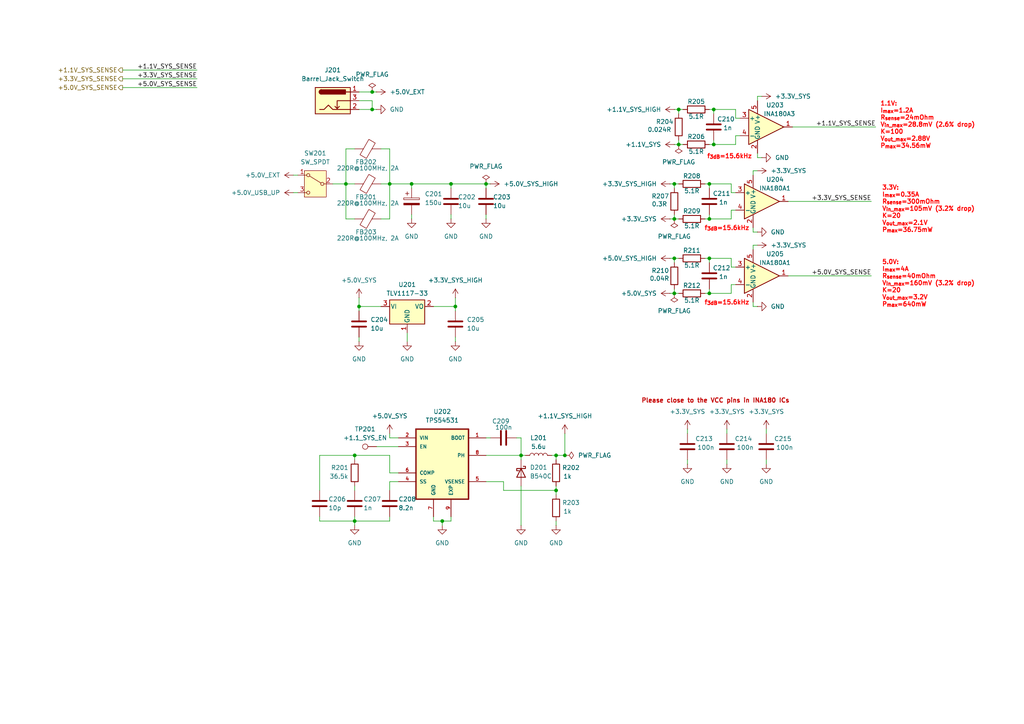
<source format=kicad_sch>
(kicad_sch (version 20231120) (generator "eeschema") (generator_version "8.0")
  (paper "A4")
  (title_block (title "Power") (date "2024-11-18") (rev "1.00") (company "elezbyl"))
  (lib_symbols
    (symbol "Amplifier_Current:INA180A1" (pin_names (offset 0.127))
      (property "Reference" "U" (at 3.81 3.81 0))
      (property "Value" "INA180A1" (at 3.81 -2.54 0))
      (symbol "INA180A1_0_1"
        (polyline (pts (xy 5.08 0) (xy -5.08 5.08) (xy -5.08 -5.08) (xy 5.08 0)) (stroke (width 0.254)) (fill (type background)))
      )
      (symbol "INA180A1_1_1"
        (pin output line (at 7.62 0 180) (length 2.54) (name "~") (number "1"))
        (pin power_in line (at -2.54 -7.62 90) (length 3.81) (name "GND") (number "2"))
        (pin input line (at -7.62 2.54 0) (length 2.54) (name "+") (number "3"))
        (pin input line (at -7.62 -2.54 0) (length 2.54) (name "-") (number "4"))
        (pin power_in line (at -2.54 7.62 270) (length 3.81) (name "V+") (number "5"))
      )
    )
    (symbol "Amplifier_Current:INA180A3" (pin_names (offset 0.127))
      (property "Reference" "U" (at 3.81 3.81 0))
      (property "Value" "INA180A3" (at 3.81 -2.54 0))
      (symbol "INA180A3_0_1"
        (polyline (pts (xy 5.08 0) (xy -5.08 5.08) (xy -5.08 -5.08) (xy 5.08 0)) (stroke (width 0.254)) (fill (type background)))
      )
      (symbol "INA180A3_1_1"
        (pin output line (at 7.62 0 180) (length 2.54) (name "~") (number "1"))
        (pin power_in line (at -2.54 -7.62 90) (length 3.81) (name "GND") (number "2"))
        (pin input line (at -7.62 2.54 0) (length 2.54) (name "+") (number "3"))
        (pin input line (at -7.62 -2.54 0) (length 2.54) (name "-") (number "4"))
        (pin power_in line (at -2.54 7.62 270) (length 3.81) (name "V+") (number "5"))
      )
    )
    (symbol "Connector:Barrel_Jack_Switch" (pin_names hide)
      (property "Reference" "J" (at 0 5.334 0))
      (property "Value" "Barrel_Jack_Switch" (at 0 -5.08 0))
      (symbol "Barrel_Jack_Switch_0_1"
        (rectangle (start -5.08 3.81) (end 5.08 -3.81) (stroke (width 0.254)) (fill (type background)))
        (arc (start -3.302 3.175) (mid -3.9343 2.54) (end -3.302 1.905) (stroke (width 0.254)))
        (arc (start -3.302 3.175) (mid -3.9343 2.54) (end -3.302 1.905) (stroke (width 0.254)) (fill (type outline)))
        (polyline (pts (xy 1.27 -2.286) (xy 1.905 -1.651)) (stroke (width 0.254)))
        (polyline (pts (xy 5.08 2.54) (xy 3.81 2.54)) (stroke (width 0.254)))
        (polyline (pts (xy 5.08 0) (xy 1.27 0) (xy 1.27 -2.286) (xy 0.635 -1.651)) (stroke (width 0.254)))
        (polyline (pts (xy -3.81 -2.54) (xy -2.54 -2.54) (xy -1.27 -1.27) (xy 0 -2.54) (xy 2.54 -2.54) (xy 5.08 -2.54)) (stroke (width 0.254)))
        (rectangle (start 3.683 3.175) (end -3.302 1.905) (stroke (width 0.254)) (fill (type outline)))
      )
      (symbol "Barrel_Jack_Switch_1_1"
        (pin passive line (at 7.62 2.54 180) (length 2.54) (name "~") (number "1"))
        (pin passive line (at 7.62 -2.54 180) (length 2.54) (name "~") (number "2"))
        (pin passive line (at 7.62 0 180) (length 2.54) (name "~") (number "3"))
      )
    )
    (symbol "Connector:TestPoint" (pin_numbers hide) (pin_names (offset 0.762) hide)
      (property "Reference" "TP" (at 0 6.858 0))
      (property "Value" "TestPoint" (at 0 5.08 0))
      (symbol "TestPoint_0_1"
        (circle (center 0 3.302) (radius 0.762))
      )
      (symbol "TestPoint_1_1"
        (pin passive line (at 0 0 90) (length 2.54) (name "1") (number "1"))
      )
    )
    (symbol "Device:C" (pin_numbers hide) (pin_names (offset 0.254))
      (property "Reference" "C" (at 0.635 2.54 0))
      (property "Value" "C" (at 0.635 -2.54 0))
      (symbol "C_0_1"
        (polyline (pts (xy -2.032 -0.762) (xy 2.032 -0.762)) (stroke (width 0.508)))
        (polyline (pts (xy -2.032 0.762) (xy 2.032 0.762)) (stroke (width 0.508)))
      )
      (symbol "C_1_1"
        (pin passive line (at 0 3.81 270) (length 2.794) (name "~") (number "1"))
        (pin passive line (at 0 -3.81 90) (length 2.794) (name "~") (number "2"))
      )
    )
    (symbol "Device:C_Polarized" (pin_numbers hide) (pin_names (offset 0.254))
      (property "Reference" "C" (at 0.635 2.54 0))
      (property "Value" "C_Polarized" (at 0.635 -2.54 0))
      (symbol "C_Polarized_0_1"
        (rectangle (start -2.286 0.508) (end 2.286 1.016))
        (polyline (pts (xy -1.778 2.286) (xy -0.762 2.286)))
        (polyline (pts (xy -1.27 2.794) (xy -1.27 1.778)))
        (rectangle (start 2.286 -0.508) (end -2.286 -1.016) (fill (type outline)))
      )
      (symbol "C_Polarized_1_1"
        (pin passive line (at 0 3.81 270) (length 2.794) (name "~") (number "1"))
        (pin passive line (at 0 -3.81 90) (length 2.794) (name "~") (number "2"))
      )
    )
    (symbol "Device:D_Schottky" (pin_numbers hide) (pin_names (offset 1.016) hide)
      (property "Reference" "D" (at 0 2.54 0))
      (property "Value" "D_Schottky" (at 0 -2.54 0))
      (symbol "D_Schottky_0_1"
        (polyline (pts (xy 1.27 0) (xy -1.27 0)))
        (polyline (pts (xy 1.27 1.27) (xy 1.27 -1.27) (xy -1.27 0) (xy 1.27 1.27)) (stroke (width 0.254)))
        (polyline (pts (xy -1.905 0.635) (xy -1.905 1.27) (xy -1.27 1.27) (xy -1.27 -1.27) (xy -0.635 -1.27) (xy -0.635 -0.635)) (stroke (width 0.254)))
      )
      (symbol "D_Schottky_1_1"
        (pin passive line (at -3.81 0 0) (length 2.54) (name "K") (number "1"))
        (pin passive line (at 3.81 0 180) (length 2.54) (name "A") (number "2"))
      )
    )
    (symbol "Device:FerriteBead" (pin_numbers hide) (pin_names (offset 0))
      (property "Reference" "FB" (at -3.81 0.635 90))
      (property "Value" "FerriteBead" (at 3.81 0 90))
      (symbol "FerriteBead_0_1"
        (polyline (pts (xy 0 -1.27) (xy 0 -1.2192)))
        (polyline (pts (xy 0 1.27) (xy 0 1.2954)))
        (polyline (pts (xy -2.7686 0.4064) (xy -1.7018 2.2606) (xy 2.7686 -0.3048) (xy 1.6764 -2.159) (xy -2.7686 0.4064)))
      )
      (symbol "FerriteBead_1_1"
        (pin passive line (at 0 3.81 270) (length 2.54) (name "~") (number "1"))
        (pin passive line (at 0 -3.81 90) (length 2.54) (name "~") (number "2"))
      )
    )
    (symbol "Device:L" (pin_numbers hide) (pin_names (offset 1.016) hide)
      (property "Reference" "L" (at -1.27 0 90))
      (property "Value" "L" (at 1.905 0 90))
      (symbol "L_0_1"
        (arc (start 0 -2.54) (mid 0.6323 -1.905) (end 0 -1.27))
        (arc (start 0 -1.27) (mid 0.6323 -0.635) (end 0 0))
        (arc (start 0 0) (mid 0.6323 0.635) (end 0 1.27))
        (arc (start 0 1.27) (mid 0.6323 1.905) (end 0 2.54))
      )
      (symbol "L_1_1"
        (pin passive line (at 0 3.81 270) (length 1.27) (name "1") (number "1"))
        (pin passive line (at 0 -3.81 90) (length 1.27) (name "2") (number "2"))
      )
    )
    (symbol "Device:R" (pin_numbers hide) (pin_names (offset 0))
      (property "Reference" "R" (at 2.032 0 90))
      (property "Value" "R" (at 0 0 90))
      (symbol "R_0_1"
        (rectangle (start -1.016 -2.54) (end 1.016 2.54) (stroke (width 0.254)))
      )
      (symbol "R_1_1"
        (pin passive line (at 0 3.81 270) (length 1.27) (name "~") (number "1"))
        (pin passive line (at 0 -3.81 90) (length 1.27) (name "~") (number "2"))
      )
    )
    (symbol "Regulator_Linear:TLV1117-33" (pin_names (offset 0.254))
      (property "Reference" "U" (at -3.81 3.175 0))
      (property "Value" "TLV1117-33" (at 0 3.175 0))
      (symbol "TLV1117-33_0_1"
        (rectangle (start -5.08 -5.08) (end 5.08 1.905) (stroke (width 0.254)) (fill (type background)))
      )
      (symbol "TLV1117-33_1_1"
        (pin power_in line (at 0 -7.62 90) (length 2.54) (name "GND") (number "1"))
        (pin power_out line (at 7.62 0 180) (length 2.54) (name "VO") (number "2"))
        (pin power_in line (at -7.62 0 0) (length 2.54) (name "VI") (number "3"))
      )
    )
    (symbol "Regulator_Switching_:TPS54531" (pin_names (offset 1.016))
      (property "Reference" "U" (at -1.778 13.208 0))
      (property "Value" "TPS54531" (at -4.572 10.668 0))
      (symbol "TPS54531_0_0"
        (rectangle (start -7.62 10.16) (end 7.62 -10.16) (stroke (width 0.41)) (fill (type background)))
        (pin output line (at 12.7 7.62 180) (length 5.08) (name "BOOT") (number "1"))
        (pin input line (at -12.7 7.62 0) (length 5.08) (name "VIN") (number "2"))
        (pin input line (at -12.7 5.08 0) (length 5.08) (name "EN") (number "3"))
        (pin input line (at -12.7 -5.08 0) (length 5.08) (name "SS") (number "4"))
        (pin input line (at 12.7 -5.08 180) (length 5.08) (name "VSENSE") (number "5"))
        (pin output line (at -12.7 -2.54 0) (length 5.08) (name "COMP") (number "6"))
        (pin power_in line (at -2.54 -15.24 90) (length 5.08) (name "GND") (number "7"))
        (pin output line (at 12.7 2.54 180) (length 5.08) (name "PH") (number "8"))
        (pin power_in line (at 2.54 -15.24 90) (length 5.08) (name "EXP") (number "9"))
      )
    )
    (symbol "Switch:SW_SPDT" (pin_names (offset 0) hide)
      (property "Reference" "SW" (at 0 5.08 0))
      (property "Value" "SW_SPDT" (at 0 -5.08 0))
      (symbol "SW_SPDT_0_1"
        (circle (center -2.032 0) (radius 0.4572))
        (polyline (pts (xy -1.651 0.254) (xy 1.651 2.286)))
        (circle (center 2.032 -2.54) (radius 0.4572))
        (circle (center 2.032 2.54) (radius 0.4572))
      )
      (symbol "SW_SPDT_1_1"
        (rectangle (start -3.175 3.81) (end 3.175 -3.81) (fill (type background)))
        (pin passive line (at 5.08 2.54 180) (length 2.54) (name "A") (number "1"))
        (pin passive line (at -5.08 0 0) (length 2.54) (name "B") (number "2"))
        (pin passive line (at 5.08 -2.54 180) (length 2.54) (name "C") (number "3"))
      )
    )
    (symbol "power:+1V1" (power) (pin_numbers hide) (pin_names (offset 0) hide)
      (property "Value" "+1V1" (at 0 3.556 0))
      (symbol "+1V1_0_1"
        (polyline (pts (xy -0.762 1.27) (xy 0 2.54)))
        (polyline (pts (xy 0 0) (xy 0 2.54)))
        (polyline (pts (xy 0 2.54) (xy 0.762 1.27)))
      )
      (symbol "+1V1_1_1"
        (pin power_in line (at 0 0 90) (length 0) (name "~") (number "1"))
      )
    )
    (symbol "power:+3.3V" (power) (pin_numbers hide) (pin_names (offset 0) hide)
      (property "Value" "+3.3V" (at 0 3.556 0))
      (symbol "+3.3V_0_1"
        (polyline (pts (xy -0.762 1.27) (xy 0 2.54)))
        (polyline (pts (xy 0 0) (xy 0 2.54)))
        (polyline (pts (xy 0 2.54) (xy 0.762 1.27)))
      )
      (symbol "+3.3V_1_1"
        (pin power_in line (at 0 0 90) (length 0) (name "~") (number "1"))
      )
    )
    (symbol "power:+5V" (power) (pin_numbers hide) (pin_names (offset 0) hide)
      (property "Value" "+5V" (at 0 3.556 0))
      (symbol "+5V_0_1"
        (polyline (pts (xy -0.762 1.27) (xy 0 2.54)))
        (polyline (pts (xy 0 0) (xy 0 2.54)))
        (polyline (pts (xy 0 2.54) (xy 0.762 1.27)))
      )
      (symbol "+5V_1_1"
        (pin power_in line (at 0 0 90) (length 0) (name "~") (number "1"))
      )
    )
    (symbol "power:GND" (power) (pin_numbers hide) (pin_names (offset 0) hide)
      (property "Value" "GND" (at 0 -3.81 0))
      (symbol "GND_0_1"
        (polyline (pts (xy 0 0) (xy 0 -1.27) (xy 1.27 -1.27) (xy 0 -2.54) (xy -1.27 -1.27) (xy 0 -1.27)))
      )
      (symbol "GND_1_1"
        (pin power_in line (at 0 0 270) (length 0) (name "~") (number "1"))
      )
    )
    (symbol "power:PWR_FLAG" (power) (pin_numbers hide) (pin_names (offset 0) hide)
      (property "Value" "PWR_FLAG" (at 0 3.81 0))
      (symbol "PWR_FLAG_0_0"
        (pin power_out line (at 0 0 90) (length 0) (name "~") (number "1"))
      )
      (symbol "PWR_FLAG_0_1"
        (polyline (pts (xy 0 0) (xy 0 1.27) (xy -1.016 1.905) (xy 0 2.54) (xy 1.016 1.905) (xy 0 1.27)))
      )
    )
  )
  (junction (at 132.08 88.9))
  (junction (at 102.87 151.13))
  (junction (at 195.58 85.09))
  (junction (at 163.83 132.08))
  (junction (at 140.97 53.34))
  (junction (at 205.74 53.34))
  (junction (at 205.74 74.93))
  (junction (at 161.29 142.24))
  (junction (at 196.85 31.75))
  (junction (at 100.33 53.34))
  (junction (at 107.95 31.75))
  (junction (at 104.14 88.9))
  (junction (at 205.74 85.09))
  (junction (at 195.58 53.34))
  (junction (at 113.03 53.34))
  (junction (at 207.01 41.91))
  (junction (at 195.58 63.5))
  (junction (at 196.85 41.91))
  (junction (at 205.74 63.5))
  (junction (at 151.13 132.08))
  (junction (at 207.01 31.75))
  (junction (at 128.27 151.13))
  (junction (at 195.58 74.93))
  (junction (at 107.95 26.67))
  (junction (at 119.38 53.34))
  (junction (at 161.29 132.08))
  (junction (at 130.81 53.34))
  (junction (at 102.87 132.08))
  (wire (pts (xy 118.11 96.52) (xy 118.11 99.06)))
  (wire (pts (xy 140.97 53.34) (xy 142.24 53.34)))
  (wire (pts (xy 213.36 41.91) (xy 207.01 41.91)))
  (wire (pts (xy 130.81 53.34) (xy 130.81 54.61)))
  (wire (pts (xy 205.74 41.91) (xy 207.01 41.91)))
  (wire (pts (xy 204.47 85.09) (xy 205.74 85.09)))
  (wire (pts (xy 213.36 31.75) (xy 207.01 31.75)))
  (wire (pts (xy 163.83 132.08) (xy 161.29 132.08)))
  (wire (pts (xy 213.36 82.55) (xy 212.09 82.55)))
  (wire (pts (xy 218.44 49.53) (xy 218.44 50.8)))
  (wire (pts (xy 205.74 63.5) (xy 205.74 62.23)))
  (wire (pts (xy 219.71 49.53) (xy 218.44 49.53)))
  (wire (pts (xy 194.31 63.5) (xy 195.58 63.5)))
  (wire (pts (xy 146.05 142.24) (xy 161.29 142.24)))
  (wire (pts (xy 100.33 53.34) (xy 102.87 53.34)))
  (wire (pts (xy 195.58 74.93) (xy 195.58 76.2)))
  (wire (pts (xy 161.29 132.08) (xy 161.29 133.35)))
  (wire (pts (xy 196.85 74.93) (xy 195.58 74.93)))
  (wire (pts (xy 113.03 139.7) (xy 115.57 139.7)))
  (wire (pts (xy 113.03 43.18) (xy 113.03 53.34)))
  (wire (pts (xy 207.01 31.75) (xy 207.01 33.02)))
  (wire (pts (xy 212.09 60.96) (xy 212.09 63.5)))
  (wire (pts (xy 195.58 63.5) (xy 196.85 63.5)))
  (wire (pts (xy 140.97 139.7) (xy 146.05 139.7)))
  (wire (pts (xy 218.44 71.12) (xy 218.44 72.39)))
  (wire (pts (xy 219.71 45.72) (xy 220.98 45.72)))
  (wire (pts (xy 102.87 132.08) (xy 102.87 133.35)))
  (wire (pts (xy 222.25 124.46) (xy 222.25 125.73)))
  (wire (pts (xy 161.29 140.97) (xy 161.29 142.24)))
  (wire (pts (xy 100.33 63.5) (xy 100.33 53.34)))
  (wire (pts (xy 100.33 43.18) (xy 100.33 53.34)))
  (wire (pts (xy 104.14 88.9) (xy 104.14 90.17)))
  (wire (pts (xy 195.58 85.09) (xy 196.85 85.09)))
  (wire (pts (xy 113.03 149.86) (xy 113.03 151.13)))
  (wire (pts (xy 204.47 53.34) (xy 205.74 53.34)))
  (wire (pts (xy 92.71 151.13) (xy 102.87 151.13)))
  (wire (pts (xy 151.13 140.97) (xy 151.13 152.4)))
  (wire (pts (xy 213.36 34.29) (xy 213.36 31.75)))
  (wire (pts (xy 161.29 142.24) (xy 161.29 143.51)))
  (wire (pts (xy 214.63 34.29) (xy 213.36 34.29)))
  (wire (pts (xy 204.47 74.93) (xy 205.74 74.93)))
  (wire (pts (xy 212.09 53.34) (xy 205.74 53.34)))
  (wire (pts (xy 228.6 58.42) (xy 252.73 58.42)))
  (wire (pts (xy 104.14 86.36) (xy 104.14 88.9)))
  (wire (pts (xy 213.36 77.47) (xy 212.09 77.47)))
  (wire (pts (xy 113.03 137.16) (xy 113.03 132.08)))
  (wire (pts (xy 125.73 149.86) (xy 125.73 151.13)))
  (wire (pts (xy 132.08 97.79) (xy 132.08 99.06)))
  (wire (pts (xy 218.44 66.04) (xy 218.44 67.31)))
  (wire (pts (xy 212.09 55.88) (xy 212.09 53.34)))
  (wire (pts (xy 104.14 88.9) (xy 110.49 88.9)))
  (wire (pts (xy 199.39 133.35) (xy 199.39 134.62)))
  (wire (pts (xy 199.39 124.46) (xy 199.39 125.73)))
  (wire (pts (xy 130.81 62.23) (xy 130.81 63.5)))
  (wire (pts (xy 195.58 62.23) (xy 195.58 63.5)))
  (wire (pts (xy 195.58 53.34) (xy 195.58 54.61)))
  (wire (pts (xy 196.85 53.34) (xy 195.58 53.34)))
  (wire (pts (xy 146.05 139.7) (xy 146.05 142.24)))
  (wire (pts (xy 140.97 53.34) (xy 140.97 54.61)))
  (wire (pts (xy 205.74 31.75) (xy 207.01 31.75)))
  (wire (pts (xy 229.87 36.83) (xy 254 36.83)))
  (wire (pts (xy 132.08 88.9) (xy 132.08 90.17)))
  (wire (pts (xy 218.44 88.9) (xy 219.71 88.9)))
  (wire (pts (xy 102.87 43.18) (xy 100.33 43.18)))
  (wire (pts (xy 212.09 74.93) (xy 205.74 74.93)))
  (wire (pts (xy 85.09 55.88) (xy 86.36 55.88)))
  (wire (pts (xy 228.6 80.01) (xy 252.73 80.01)))
  (wire (pts (xy 125.73 151.13) (xy 128.27 151.13)))
  (wire (pts (xy 163.83 125.73) (xy 163.83 132.08)))
  (wire (pts (xy 212.09 82.55) (xy 212.09 85.09)))
  (wire (pts (xy 151.13 132.08) (xy 151.13 133.35)))
  (wire (pts (xy 92.71 142.24) (xy 92.71 132.08)))
  (wire (pts (xy 102.87 151.13) (xy 102.87 152.4)))
  (wire (pts (xy 151.13 127) (xy 151.13 132.08)))
  (wire (pts (xy 195.58 31.75) (xy 196.85 31.75)))
  (wire (pts (xy 219.71 44.45) (xy 219.71 45.72)))
  (wire (pts (xy 119.38 62.23) (xy 119.38 63.5)))
  (wire (pts (xy 207.01 41.91) (xy 207.01 40.64)))
  (wire (pts (xy 102.87 149.86) (xy 102.87 151.13)))
  (wire (pts (xy 219.71 27.94) (xy 219.71 29.21)))
  (wire (pts (xy 222.25 133.35) (xy 222.25 134.62)))
  (wire (pts (xy 213.36 39.37) (xy 213.36 41.91)))
  (wire (pts (xy 104.14 26.67) (xy 107.95 26.67)))
  (wire (pts (xy 194.31 85.09) (xy 195.58 85.09)))
  (wire (pts (xy 210.82 133.35) (xy 210.82 134.62)))
  (wire (pts (xy 104.14 97.79) (xy 104.14 99.06)))
  (wire (pts (xy 109.22 129.54) (xy 115.57 129.54)))
  (wire (pts (xy 161.29 151.13) (xy 161.29 152.4)))
  (wire (pts (xy 113.03 151.13) (xy 102.87 151.13)))
  (wire (pts (xy 195.58 83.82) (xy 195.58 85.09)))
  (wire (pts (xy 140.97 127) (xy 142.24 127)))
  (wire (pts (xy 92.71 149.86) (xy 92.71 151.13)))
  (wire (pts (xy 212.09 77.47) (xy 212.09 74.93)))
  (wire (pts (xy 96.52 53.34) (xy 100.33 53.34)))
  (wire (pts (xy 119.38 53.34) (xy 119.38 54.61)))
  (wire (pts (xy 196.85 41.91) (xy 198.12 41.91)))
  (wire (pts (xy 113.03 142.24) (xy 113.03 139.7)))
  (wire (pts (xy 110.49 53.34) (xy 113.03 53.34)))
  (wire (pts (xy 102.87 140.97) (xy 102.87 142.24)))
  (wire (pts (xy 110.49 43.18) (xy 113.03 43.18)))
  (wire (pts (xy 130.81 149.86) (xy 130.81 151.13)))
  (wire (pts (xy 198.12 31.75) (xy 196.85 31.75)))
  (wire (pts (xy 140.97 62.23) (xy 140.97 63.5)))
  (wire (pts (xy 160.02 132.08) (xy 161.29 132.08)))
  (wire (pts (xy 115.57 137.16) (xy 113.03 137.16)))
  (wire (pts (xy 214.63 39.37) (xy 213.36 39.37)))
  (wire (pts (xy 110.49 63.5) (xy 113.03 63.5)))
  (wire (pts (xy 218.44 67.31) (xy 219.71 67.31)))
  (wire (pts (xy 35.56 20.32) (xy 57.15 20.32)))
  (wire (pts (xy 149.86 127) (xy 151.13 127)))
  (wire (pts (xy 35.56 25.4) (xy 57.15 25.4)))
  (wire (pts (xy 194.31 74.93) (xy 195.58 74.93)))
  (wire (pts (xy 219.71 71.12) (xy 218.44 71.12)))
  (wire (pts (xy 132.08 88.9) (xy 132.08 86.36)))
  (wire (pts (xy 213.36 55.88) (xy 212.09 55.88)))
  (wire (pts (xy 220.98 27.94) (xy 219.71 27.94)))
  (wire (pts (xy 196.85 31.75) (xy 196.85 33.02)))
  (wire (pts (xy 113.03 125.73) (xy 113.03 127)))
  (wire (pts (xy 140.97 132.08) (xy 151.13 132.08)))
  (wire (pts (xy 113.03 127) (xy 115.57 127)))
  (wire (pts (xy 128.27 151.13) (xy 128.27 152.4)))
  (wire (pts (xy 125.73 88.9) (xy 132.08 88.9)))
  (wire (pts (xy 196.85 40.64) (xy 196.85 41.91)))
  (wire (pts (xy 92.71 132.08) (xy 102.87 132.08)))
  (wire (pts (xy 107.95 31.75) (xy 109.22 31.75)))
  (wire (pts (xy 195.58 41.91) (xy 196.85 41.91)))
  (wire (pts (xy 113.03 132.08) (xy 102.87 132.08)))
  (wire (pts (xy 205.74 85.09) (xy 205.74 83.82)))
  (wire (pts (xy 119.38 53.34) (xy 130.81 53.34)))
  (wire (pts (xy 85.09 50.8) (xy 86.36 50.8)))
  (wire (pts (xy 107.95 26.67) (xy 109.22 26.67)))
  (wire (pts (xy 102.87 63.5) (xy 100.33 63.5)))
  (wire (pts (xy 130.81 53.34) (xy 140.97 53.34)))
  (wire (pts (xy 205.74 74.93) (xy 205.74 76.2)))
  (wire (pts (xy 113.03 63.5) (xy 113.03 53.34)))
  (wire (pts (xy 130.81 151.13) (xy 128.27 151.13)))
  (wire (pts (xy 210.82 124.46) (xy 210.82 125.73)))
  (wire (pts (xy 213.36 60.96) (xy 212.09 60.96)))
  (wire (pts (xy 35.56 22.86) (xy 57.15 22.86)))
  (wire (pts (xy 113.03 53.34) (xy 119.38 53.34)))
  (wire (pts (xy 212.09 85.09) (xy 205.74 85.09)))
  (wire (pts (xy 212.09 63.5) (xy 205.74 63.5)))
  (wire (pts (xy 218.44 87.63) (xy 218.44 88.9)))
  (wire (pts (xy 205.74 53.34) (xy 205.74 54.61)))
  (wire (pts (xy 104.14 29.21) (xy 107.95 29.21)))
  (wire (pts (xy 104.14 31.75) (xy 107.95 31.75)))
  (wire (pts (xy 204.47 63.5) (xy 205.74 63.5)))
  (wire (pts (xy 151.13 132.08) (xy 152.4 132.08)))
  (wire (pts (xy 194.31 53.34) (xy 195.58 53.34)))
  (wire (pts (xy 107.95 29.21) (xy 107.95 31.75)))
  (text "f_{3dB}=15.6kHz" (at 211.582 45.466 0) (effects (font (size 1.27 1.27) (thickness 0.254) (bold yes))))
  (text "f_{3dB}=15.6kHz" (at 210.82 87.884 0) (effects (font (size 1.27 1.27) (thickness 0.254) (bold yes))))
  (text "f_{3dB}=15.6kHz" (at 210.82 66.294 0) (effects (font (size 1.27 1.27) (thickness 0.254) (bold yes))))
  (text "5.0V:\nI_{max}=4A\nR_{sense}=40mOhm\nV_{in_max}=160mV (3.2% drop)\nK=20\nV_{out_max}=3.2V\nP_{max}=640mW" (at 255.778 82.296 0) (effects (font (size 1.27 1.27) (thickness 0.254) (bold yes)) (justify left)))
  (text "3.3V:\nI_{max}=0.35A\nR_{sense}=300mOhm\nV_{in_max}=105mV (3.2% drop)\nK=20\nV_{out_max}=2.1V\nP_{max}=36.75mW" (at 255.778 60.706 0) (effects (font (size 1.27 1.27) (thickness 0.254) (bold yes)) (justify left)))
  (text "Please close to the VCC pins in INA180 ICs" (at 207.518 116.332 0) (effects (font (size 1.27 1.27) (thickness 0.254) (bold yes))))
  (text "1.1V:\nI_{max}=1.2A\nR_{sense}=24mOhm\nV_{in_max}=28.8mV (2.6% drop)\nK=100\nV_{out_max}=2.88V\nP_{max}=34.56mW" (at 255.27 36.322 0) (effects (font (size 1.27 1.27) (thickness 0.254) (bold yes)) (justify left)))
  (label "+3.3V_SYS_SENSE" (at 252.73 58.42 180))
  (label "+1.1V_SYS_SENSE" (at 254 36.83 180))
  (label "+3.3V_SYS_SENSE" (at 57.15 22.86 180))
  (label "+5.0V_SYS_SENSE" (at 57.15 25.4 180))
  (label "+1.1V_SYS_SENSE" (at 57.15 20.32 180))
  (label "+5.0V_SYS_SENSE" (at 252.73 80.01 180))
  (hierarchical_label "+5.0V_SYS_SENSE" (shape output) (at 35.56 25.4 180))
  (hierarchical_label "+1.1V_SYS_SENSE" (shape output) (at 35.56 20.32 180))
  (hierarchical_label "+3.3V_SYS_SENSE" (shape output) (at 35.56 22.86 180))
  (symbol (lib_id "Switch:SW_SPDT") (at 91.44 53.34 0) (mirror y) (unit 1)
    (property "Reference" "SW201" (at 91.44 44.45 0))
    (property "Value" "SW_SPDT" (at 91.44 46.99 0))
    (property "Footprint" "Connector_PinHeader_2.54mm:PinHeader_1x03_P2.54mm_Vertical" (effects (hide yes)))
    (property "Description" "Switch, single pole double throw" (effects (hide yes)))
  )
  (symbol (lib_id "power:GND") (at 128.27 152.4 0) (unit 1)
    (property "Reference" "#PWR0212" (effects (hide yes)))
    (property "Value" "GND" (at 128.27 157.48 0))
    (property "Description" "Power symbol creates a global label with name \"GND\" , ground" (effects (hide yes)))
  )
  (symbol (lib_id "power:GND") (at 219.71 88.9 90) (unit 1)
    (property "Reference" "#PWR0235" (effects (hide yes)))
    (property "Value" "GND" (at 223.52 88.8999 90) (effects (justify right)))
    (property "Description" "Power symbol creates a global label with name \"GND\" , ground" (effects (hide yes)))
  )
  (symbol (lib_id "power:PWR_FLAG") (at 196.85 41.91 180) (unit 1)
    (property "Reference" "#FLG0205" (effects (hide yes)))
    (property "Value" "PWR_FLAG" (at 196.85 46.99 0))
    (property "Description" "Special symbol for telling ERC where power comes from" (effects (hide yes)))
  )
  (symbol (lib_id "Device:C") (at 210.82 129.54 0) (mirror x) (unit 1)
    (property "Reference" "C214" (at 215.646 127.254 0))
    (property "Value" "100n" (at 216.154 129.794 0))
    (property "Footprint" "Capacitor_SMD:C_0603_1608Metric_Pad1.08x0.95mm_HandSolder" (effects (hide yes)))
    (property "Description" "Unpolarized capacitor" (effects (hide yes)))
  )
  (symbol (lib_id "Device:R") (at 200.66 85.09 90) (unit 1)
    (property "Reference" "R212" (at 200.66 82.804 90))
    (property "Value" "5.1R" (at 200.66 87.122 90))
    (property "Footprint" "Resistor_SMD:R_0603_1608Metric_Pad0.98x0.95mm_HandSolder" (effects (hide yes)))
    (property "Description" "Resistor" (effects (hide yes)))
    (property "Parameters" "1%, 100mW" (effects (hide yes)))
  )
  (symbol (lib_id "power:+5V") (at 104.14 86.36 0) (unit 1)
    (property "Reference" "#PWR0204" (effects (hide yes)))
    (property "Value" "+5.0V_SYS" (at 104.14 81.28 0))
    (property "Description" "Power symbol creates a global label with name \"+5V\"" (effects (hide yes)))
  )
  (symbol (lib_id "Device:C_Polarized") (at 119.38 58.42 0) (unit 1)
    (property "Reference" "C201" (at 123.19 56.2609 0) (effects (justify left)))
    (property "Value" "150u" (at 123.19 58.8009 0) (effects (justify left)))
    (property "Footprint" "Capacitor_SMD:CP_Elec_6.3x7.7" (effects (hide yes)))
    (property "Datasheet" "https://www.we-online.com/components/products/datasheet/865060345006.pdf" (effects (hide yes)))
    (property "Description" "Polarized capacitor" (effects (hide yes)))
    (property "Parameters" "16V, 20%" (effects (hide yes)))
    (property "Farnell" "2466196" (effects (hide yes)))
    (property "Mouser" "710-865060345006" (effects (hide yes)))
  )
  (symbol (lib_id "power:+5V") (at 85.09 55.88 90) (unit 1)
    (property "Reference" "#PWR0202" (effects (hide yes)))
    (property "Value" "+5.0V_USB_UP" (at 81.28 55.8799 90) (effects (justify left)))
    (property "Description" "Power symbol creates a global label with name \"+5V\"" (effects (hide yes)))
  )
  (symbol (lib_id "Device:C") (at 104.14 93.98 0) (unit 1)
    (property "Reference" "C204" (at 107.442 92.71 0) (effects (justify left)))
    (property "Value" "10u" (at 107.442 95.25 0) (effects (justify left)))
    (property "Footprint" "Capacitor_SMD:C_0805_2012Metric_Pad1.18x1.45mm_HandSolder" (effects (hide yes)))
    (property "Description" "Unpolarized capacitor" (effects (hide yes)))
  )
  (symbol (lib_id "power:PWR_FLAG") (at 140.97 53.34 0) (unit 1)
    (property "Reference" "#FLG0202" (effects (hide yes)))
    (property "Value" "PWR_FLAG" (at 140.97 48.26 0))
    (property "Description" "Special symbol for telling ERC where power comes from" (effects (hide yes)))
  )
  (symbol (lib_id "power:+3.3V") (at 194.31 63.5 90) (unit 1)
    (property "Reference" "#PWR0221" (effects (hide yes)))
    (property "Value" "+3.3V_SYS" (at 190.5 63.4999 90) (effects (justify left)))
    (property "Description" "Power symbol creates a global label with name \"+3.3V\"" (effects (hide yes)))
  )
  (symbol (lib_id "Device:R") (at 102.87 137.16 180) (unit 1)
    (property "Reference" "R201" (at 98.552 135.636 0))
    (property "Value" "36.5k" (at 98.298 138.176 0))
    (property "Footprint" "Resistor_SMD:R_0603_1608Metric_Pad0.98x0.95mm_HandSolder" (effects (hide yes)))
    (property "Description" "Resistor" (effects (hide yes)))
    (property "Parameters" "1%, 100mW" (effects (hide yes)))
  )
  (symbol (lib_id "Device:C") (at 146.05 127 90) (unit 1)
    (property "Reference" "C209" (at 147.828 122.174 90) (effects (justify left)))
    (property "Value" "100n" (at 148.59 123.952 90) (effects (justify left)))
    (property "Footprint" "Capacitor_SMD:C_0603_1608Metric_Pad1.08x0.95mm_HandSolder" (effects (hide yes)))
    (property "Description" "Unpolarized capacitor" (effects (hide yes)))
  )
  (symbol (lib_id "power:+3.3V") (at 142.24 53.34 270) (unit 1)
    (property "Reference" "#PWR0236" (effects (hide yes)))
    (property "Value" "+5.0V_SYS_HIGH" (at 146.05 53.3399 90) (effects (justify left)))
    (property "Description" "Power symbol creates a global label with name \"+3.3V\"" (effects (hide yes)))
  )
  (symbol (lib_id "power:GND") (at 219.71 67.31 90) (unit 1)
    (property "Reference" "#PWR0229" (effects (hide yes)))
    (property "Value" "GND" (at 223.52 67.3099 90) (effects (justify right)))
    (property "Description" "Power symbol creates a global label with name \"GND\" , ground" (effects (hide yes)))
  )
  (symbol (lib_id "Device:C") (at 207.01 36.83 0) (mirror x) (unit 1)
    (property "Reference" "C210" (at 210.566 34.544 0))
    (property "Value" "1n" (at 211.074 37.084 0))
    (property "Footprint" "Capacitor_SMD:C_0603_1608Metric_Pad1.08x0.95mm_HandSolder" (effects (hide yes)))
    (property "Description" "Unpolarized capacitor" (effects (hide yes)))
  )
  (symbol (lib_id "power:+1V1") (at 195.58 41.91 90) (unit 1)
    (property "Reference" "#PWR0223" (effects (hide yes)))
    (property "Value" "+1.1V_SYS" (at 191.77 41.9099 90) (effects (justify left)))
    (property "Description" "Power symbol creates a global label with name \"+1V1\"" (effects (hide yes)))
  )
  (symbol (lib_id "power:PWR_FLAG") (at 195.58 85.09 180) (unit 1)
    (property "Reference" "#FLG0206" (effects (hide yes)))
    (property "Value" "PWR_FLAG" (at 195.58 90.17 0))
    (property "Description" "Special symbol for telling ERC where power comes from" (effects (hide yes)))
  )
  (symbol (lib_id "power:GND") (at 118.11 99.06 0) (unit 1)
    (property "Reference" "#PWR0210" (effects (hide yes)))
    (property "Value" "GND" (at 118.11 104.14 0))
    (property "Description" "Power symbol creates a global label with name \"GND\" , ground" (effects (hide yes)))
  )
  (symbol (lib_id "Device:FerriteBead") (at 106.68 43.18 90) (unit 1)
    (property "Reference" "FB202" (at 106.172 46.99 90))
    (property "Value" "220R@100MHz, 2A" (at 106.68 48.768 90))
    (property "Footprint" "Inductor_SMD:L_0805_2012Metric_Pad1.05x1.20mm_HandSolder" (effects (hide yes)))
    (property "Description" "Ferrite bead" (effects (hide yes)))
    (property "Paramters" "BLM21PG221SN1D, 220Ohm @ 100MHz, 2A, 25 %, 50 mOhms" (effects (hide yes)))
    (property "Farnell" "1515661" (effects (hide yes)))
    (property "Mouser" "81-BLM21P221SG" (effects (hide yes)))
  )
  (symbol (lib_id "Device:C") (at 102.87 146.05 0) (unit 1)
    (property "Reference" "C207" (at 105.41 144.78 0) (effects (justify left)))
    (property "Value" "1n" (at 105.41 147.32 0) (effects (justify left)))
    (property "Footprint" "Capacitor_SMD:C_0603_1608Metric_Pad1.08x0.95mm_HandSolder" (effects (hide yes)))
    (property "Description" "Unpolarized capacitor" (effects (hide yes)))
  )
  (symbol (lib_id "Connector:Barrel_Jack_Switch") (at 96.52 29.21 0) (unit 1)
    (property "Reference" "J201" (at 96.52 20.32 0))
    (property "Value" "Barrel_Jack_Switch" (at 96.52 22.86 0))
    (property "Footprint" "Connector_BarrelJack:BarrelJack_Wuerth_6941xx301002" (effects (hide yes)))
    (property "Datasheet" "https://www.we-online.com/components/products/datasheet/694106301002.pdf" (effects (hide yes)))
    (property "Description" "DC Barrel Jack with an internal switch" (effects (hide yes)))
    (property "Farnell" "2472149" (effects (hide yes)))
    (property "Mouser" "710-694106301002" (effects (hide yes)))
  )
  (symbol (lib_id "Amplifier_Current:INA180A1") (at 220.98 58.42 0) (unit 1)
    (property "Reference" "U204" (at 224.79 52.07 0))
    (property "Value" "INA180A1" (at 224.79 54.61 0))
    (property "Footprint" "Package_TO_SOT_SMD:SOT-23-5" (effects (hide yes)))
    (property "Datasheet" "http://www.ti.com/lit/ds/symlink/ina180.pdf" (effects (hide yes)))
    (property "Description" "Current Sense Amplifier, 1 Circuit, Rail-to-Rail, 26V, Gain 20 V/V, SOT-23-5" (effects (hide yes)))
    (property "Farnell" "3118130" (effects (hide yes)))
    (property "Mouser" "595-INA180A1IDBVR" (effects (hide yes)))
  )
  (symbol (lib_id "Device:R") (at 195.58 58.42 180) (unit 1)
    (property "Reference" "R207" (at 191.516 56.896 0))
    (property "Value" "0.3R" (at 191.262 59.182 0))
    (property "Footprint" "Resistor_SMD:R_1206_3216Metric_Pad1.30x1.75mm_HandSolder" (effects (hide yes)))
    (property "Description" "Resistor" (effects (hide yes)))
    (property "Parameters" "0.5%, 500mW" (effects (hide yes)))
    (property "Farnell" "4015842" (effects (hide yes)))
    (property "Mouser" "588-KDV12DR300ET" (effects (hide yes)))
  )
  (symbol (lib_id "Device:C") (at 140.97 58.42 0) (unit 1)
    (property "Reference" "C203" (at 143.002 57.15 0) (effects (justify left)))
    (property "Value" "10u" (at 143.002 59.69 0) (effects (justify left)))
    (property "Footprint" "Capacitor_SMD:C_0805_2012Metric_Pad1.18x1.45mm_HandSolder" (effects (hide yes)))
    (property "Description" "Unpolarized capacitor" (effects (hide yes)))
  )
  (symbol (lib_id "Regulator_Switching_:TPS54531") (at 128.27 134.62 0) (unit 1)
    (property "Reference" "U202" (at 128.27 119.38 0))
    (property "Value" "TPS54531" (at 128.27 121.92 0))
    (property "Footprint" "Package_SO:Texas_R-PDSO-G8_EP2.95x4.9mm_Mask2.4x3.1mm_ThermalVias" (effects (hide yes)))
    (property "Datasheet" "https://www.ti.com/lit/ds/symlink/tps54531.pdf" (effects (hide yes)))
    (property "Description" "3.5V to 28V Input, 5A, 570kHz Step-Down Converter with Eco-mode" (effects (hide yes)))
    (property "Farnell" "3007357" (effects (hide yes)))
    (property "Mouser" "595-TPS54531DDAR" (effects (hide yes)))
  )
  (symbol (lib_id "power:GND") (at 151.13 152.4 0) (unit 1)
    (property "Reference" "#PWR0217" (effects (hide yes)))
    (property "Value" "GND" (at 151.13 157.48 0))
    (property "Description" "Power symbol creates a global label with name \"GND\" , ground" (effects (hide yes)))
  )
  (symbol (lib_id "Device:C") (at 205.74 58.42 0) (mirror x) (unit 1)
    (property "Reference" "C211" (at 209.296 56.134 0))
    (property "Value" "1n" (at 209.804 58.674 0))
    (property "Footprint" "Capacitor_SMD:C_0603_1608Metric_Pad1.08x0.95mm_HandSolder" (effects (hide yes)))
    (property "Description" "Unpolarized capacitor" (effects (hide yes)))
  )
  (symbol (lib_id "Connector:TestPoint") (at 109.22 129.54 90) (unit 1)
    (property "Reference" "TP201" (at 105.918 124.46 90))
    (property "Value" "+1.1_SYS_EN" (at 105.918 127 90))
    (property "Footprint" "TestPoint:TestPoint_Pad_D2.5mm" (effects (hide yes)))
    (property "Description" "test point" (effects (hide yes)))
  )
  (symbol (lib_id "power:GND") (at 210.82 134.62 0) (unit 1)
    (property "Reference" "#PWR0227" (effects (hide yes)))
    (property "Value" "GND" (at 210.82 139.7 0))
    (property "Description" "Power symbol creates a global label with name \"GND\" , ground" (effects (hide yes)))
  )
  (symbol (lib_id "power:+3.3V") (at 199.39 124.46 0) (unit 1)
    (property "Reference" "#PWR0224" (effects (hide yes)))
    (property "Value" "+3.3V_SYS" (at 199.39 119.38 0))
    (property "Description" "Power symbol creates a global label with name \"+3.3V\"" (effects (hide yes)))
  )
  (symbol (lib_id "power:GND") (at 132.08 99.06 0) (unit 1)
    (property "Reference" "#PWR0214" (effects (hide yes)))
    (property "Value" "GND" (at 132.08 104.14 0))
    (property "Description" "Power symbol creates a global label with name \"GND\" , ground" (effects (hide yes)))
  )
  (symbol (lib_id "power:GND") (at 222.25 134.62 0) (unit 1)
    (property "Reference" "#PWR0237" (effects (hide yes)))
    (property "Value" "GND" (at 222.25 139.7 0))
    (property "Description" "Power symbol creates a global label with name \"GND\" , ground" (effects (hide yes)))
  )
  (symbol (lib_id "Device:R") (at 200.66 53.34 90) (unit 1)
    (property "Reference" "R208" (at 200.66 51.054 90))
    (property "Value" "5.1R" (at 200.66 55.372 90))
    (property "Footprint" "Resistor_SMD:R_0603_1608Metric_Pad0.98x0.95mm_HandSolder" (effects (hide yes)))
    (property "Description" "Resistor" (effects (hide yes)))
    (property "Parameters" "1%, 100mW" (effects (hide yes)))
  )
  (symbol (lib_id "Amplifier_Current:INA180A3") (at 222.25 36.83 0) (unit 1)
    (property "Reference" "U203" (at 224.79 30.48 0))
    (property "Value" "INA180A3" (at 226.06 33.02 0))
    (property "Footprint" "Package_TO_SOT_SMD:SOT-23-5" (effects (hide yes)))
    (property "Datasheet" "http://www.ti.com/lit/ds/symlink/ina180.pdf" (effects (hide yes)))
    (property "Description" "Current Sense Amplifier, 1 Circuit, Rail-to-Rail, 26V, Gain 100 V/V, SOT-23-5" (effects (hide yes)))
    (property "Farnell" "3005321" (effects (hide yes)))
    (property "Mouser" "595-INA180A3IDBVR" (effects (hide yes)))
  )
  (symbol (lib_id "Regulator_Linear:TLV1117-33") (at 118.11 88.9 0) (unit 1)
    (property "Reference" "U201" (at 118.11 82.55 0))
    (property "Value" "TLV1117-33" (at 118.11 85.09 0))
    (property "Footprint" "Package_TO_SOT_SMD:SOT-223-3_TabPin2" (effects (hide yes)))
    (property "Datasheet" "http://www.ti.com/lit/ds/symlink/tlv1117.pdf" (effects (hide yes)))
    (property "Description" "800mA Low-Dropout Linear Regulator, 3.3V fixed output, TO-220/TO-252/TO-263/SOT-223" (effects (hide yes)))
    (property "Farnell" "3122356" (effects (hide yes)))
    (property "Mouser" "595-TLV1117LV33DCYR" (effects (hide yes)))
  )
  (symbol (lib_id "Device:FerriteBead") (at 106.68 63.5 90) (unit 1)
    (property "Reference" "FB203" (at 106.172 67.31 90))
    (property "Value" "220R@100MHz, 2A" (at 106.68 69.088 90))
    (property "Footprint" "Inductor_SMD:L_0805_2012Metric_Pad1.05x1.20mm_HandSolder" (effects (hide yes)))
    (property "Description" "Ferrite bead" (effects (hide yes)))
    (property "Paramters" "BLM21PG221SN1D, 220Ohm @ 100MHz, 2A, 25 %, 50 mOhms" (effects (hide yes)))
    (property "Farnell" "1515661" (effects (hide yes)))
    (property "Mouser" "81-BLM21P221SG" (effects (hide yes)))
  )
  (symbol (lib_id "power:PWR_FLAG") (at 163.83 132.08 270) (unit 1)
    (property "Reference" "#FLG0203" (effects (hide yes)))
    (property "Value" "PWR_FLAG" (at 167.64 132.0799 90) (effects (justify left)))
    (property "Description" "Special symbol for telling ERC where power comes from" (effects (hide yes)))
  )
  (symbol (lib_id "power:+1V1") (at 163.83 125.73 0) (unit 1)
    (property "Reference" "#PWR0219" (effects (hide yes)))
    (property "Value" "+1.1V_SYS_HIGH" (at 163.83 120.65 0))
    (property "Description" "Power symbol creates a global label with name \"+1V1\"" (effects (hide yes)))
  )
  (symbol (lib_id "power:+5V") (at 113.03 125.73 0) (unit 1)
    (property "Reference" "#PWR0209" (effects (hide yes)))
    (property "Value" "+5.0V_SYS" (at 113.03 120.65 0))
    (property "Description" "Power symbol creates a global label with name \"+5V\"" (effects (hide yes)))
  )
  (symbol (lib_id "power:GND") (at 109.22 31.75 90) (unit 1)
    (property "Reference" "#PWR0207" (effects (hide yes)))
    (property "Value" "GND" (at 113.03 31.7499 90) (effects (justify right)))
    (property "Description" "Power symbol creates a global label with name \"GND\" , ground" (effects (hide yes)))
  )
  (symbol (lib_id "power:+3.3V") (at 132.08 86.36 0) (unit 1)
    (property "Reference" "#PWR0213" (effects (hide yes)))
    (property "Value" "+3.3V_SYS_HIGH" (at 132.08 81.28 0))
    (property "Description" "Power symbol creates a global label with name \"+3.3V\"" (effects (hide yes)))
  )
  (symbol (lib_id "power:+3.3V") (at 194.31 53.34 90) (unit 1)
    (property "Reference" "#PWR0220" (effects (hide yes)))
    (property "Value" "+3.3V_SYS_HIGH" (at 190.5 53.3399 90) (effects (justify left)))
    (property "Description" "Power symbol creates a global label with name \"+3.3V\"" (effects (hide yes)))
  )
  (symbol (lib_id "Device:C") (at 132.08 93.98 0) (unit 1)
    (property "Reference" "C205" (at 135.382 92.71 0) (effects (justify left)))
    (property "Value" "10u" (at 135.382 95.25 0) (effects (justify left)))
    (property "Footprint" "Capacitor_SMD:C_0805_2012Metric_Pad1.18x1.45mm_HandSolder" (effects (hide yes)))
    (property "Description" "Unpolarized capacitor" (effects (hide yes)))
  )
  (symbol (lib_id "power:GND") (at 104.14 99.06 0) (unit 1)
    (property "Reference" "#PWR0205" (effects (hide yes)))
    (property "Value" "GND" (at 104.14 104.14 0))
    (property "Description" "Power symbol creates a global label with name \"GND\" , ground" (effects (hide yes)))
  )
  (symbol (lib_id "Device:D_Schottky") (at 151.13 137.16 270) (unit 1)
    (property "Reference" "D201" (at 153.67 135.5724 90) (effects (justify left)))
    (property "Value" "B540C" (at 153.67 138.1124 90) (effects (justify left)))
    (property "Footprint" "Diode_SMD:D_SMC_Handsoldering" (effects (hide yes)))
    (property "Datasheet" "https://www.diodes.com/assets/Datasheets/B520C-B560C.pdf" (effects (hide yes)))
    (property "Description" "Schottky diode" (effects (hide yes)))
    (property "Parameters" "Io=5A, Vrrm=40V,  Vf=550mV" (effects (hide yes)))
    (property "Farnell" "2306123" (effects (hide yes)))
    (property "Mouser" "621-B540C-F" (effects (hide yes)))
  )
  (symbol (lib_id "Amplifier_Current:INA180A1") (at 220.98 80.01 0) (unit 1)
    (property "Reference" "U205" (at 224.79 73.66 0))
    (property "Value" "INA180A1" (at 224.79 76.2 0))
    (property "Footprint" "Package_TO_SOT_SMD:SOT-23-5" (effects (hide yes)))
    (property "Datasheet" "http://www.ti.com/lit/ds/symlink/ina180.pdf" (effects (hide yes)))
    (property "Description" "Current Sense Amplifier, 1 Circuit, Rail-to-Rail, 26V, Gain 20 V/V, SOT-23-5" (effects (hide yes)))
    (property "Farnell" "3118130" (effects (hide yes)))
    (property "Mouser" "595-INA180A1IDBVR" (effects (hide yes)))
  )
  (symbol (lib_id "Device:R") (at 161.29 147.32 0) (mirror x) (unit 1)
    (property "Reference" "R203" (at 165.608 145.796 0))
    (property "Value" "1k" (at 164.592 148.336 0))
    (property "Footprint" "Resistor_SMD:R_0603_1608Metric_Pad0.98x0.95mm_HandSolder" (effects (hide yes)))
    (property "Description" "Resistor" (effects (hide yes)))
    (property "Parameters" "1%, 100mW" (effects (hide yes)))
  )
  (symbol (lib_id "power:+3.3V") (at 222.25 124.46 0) (unit 1)
    (property "Reference" "#PWR0216" (effects (hide yes)))
    (property "Value" "+3.3V_SYS" (at 222.25 119.38 0))
    (property "Description" "Power symbol creates a global label with name \"+3.3V\"" (effects (hide yes)))
  )
  (symbol (lib_id "Device:R") (at 195.58 80.01 180) (unit 1)
    (property "Reference" "R210" (at 191.516 78.486 0))
    (property "Value" "0.04R" (at 191.262 80.772 0))
    (property "Footprint" "Resistor_SMD:R_1206_3216Metric_Pad1.30x1.75mm_HandSolder" (effects (hide yes)))
    (property "Description" "Resistor" (effects (hide yes)))
    (property "Parameters" "0.5%, 1W" (effects (hide yes)))
    (property "Mouser" "71-WSLP1206R0400DEA" (effects (hide yes)))
  )
  (symbol (lib_id "power:+3.3V") (at 219.71 71.12 270) (unit 1)
    (property "Reference" "#PWR0234" (effects (hide yes)))
    (property "Value" "+3.3V_SYS" (at 223.52 71.1199 90) (effects (justify left)))
    (property "Description" "Power symbol creates a global label with name \"+3.3V\"" (effects (hide yes)))
  )
  (symbol (lib_id "power:+5V") (at 109.22 26.67 270) (unit 1)
    (property "Reference" "#PWR0206" (effects (hide yes)))
    (property "Value" "+5.0V_EXT" (at 113.03 26.6699 90) (effects (justify left)))
    (property "Description" "Power symbol creates a global label with name \"+5V\"" (effects (hide yes)))
  )
  (symbol (lib_id "Device:R") (at 196.85 36.83 180) (unit 1)
    (property "Reference" "R204" (at 192.786 35.306 0))
    (property "Value" "0.024R" (at 191.262 37.592 0))
    (property "Footprint" "Resistor_SMD:R_1206_3216Metric_Pad1.30x1.75mm_HandSolder" (effects (hide yes)))
    (property "Description" "Resistor" (effects (hide yes)))
    (property "Parameters" "0.5%, 500mW" (effects (hide yes)))
    (property "Mouser" "L4CL1206LR024DNR" (effects (hide yes)))
  )
  (symbol (lib_id "Device:R") (at 200.66 74.93 90) (unit 1)
    (property "Reference" "R211" (at 200.66 72.644 90))
    (property "Value" "5.1R" (at 200.66 76.962 90))
    (property "Footprint" "Resistor_SMD:R_0603_1608Metric_Pad0.98x0.95mm_HandSolder" (effects (hide yes)))
    (property "Description" "Resistor" (effects (hide yes)))
    (property "Parameters" "1%, 100mW" (effects (hide yes)))
  )
  (symbol (lib_id "power:GND") (at 102.87 152.4 0) (unit 1)
    (property "Reference" "#PWR0203" (effects (hide yes)))
    (property "Value" "GND" (at 102.87 157.48 0))
    (property "Description" "Power symbol creates a global label with name \"GND\" , ground" (effects (hide yes)))
  )
  (symbol (lib_id "Device:R") (at 200.66 63.5 90) (unit 1)
    (property "Reference" "R209" (at 200.66 61.214 90))
    (property "Value" "5.1R" (at 200.66 65.532 90))
    (property "Footprint" "Resistor_SMD:R_0603_1608Metric_Pad0.98x0.95mm_HandSolder" (effects (hide yes)))
    (property "Description" "Resistor" (effects (hide yes)))
    (property "Parameters" "1%, 100mW" (effects (hide yes)))
  )
  (symbol (lib_id "power:+3.3V") (at 194.31 74.93 90) (unit 1)
    (property "Reference" "#PWR0232" (effects (hide yes)))
    (property "Value" "+5.0V_SYS_HIGH" (at 190.5 74.9299 90) (effects (justify left)))
    (property "Description" "Power symbol creates a global label with name \"+3.3V\"" (effects (hide yes)))
  )
  (symbol (lib_id "Device:C") (at 113.03 146.05 0) (unit 1)
    (property "Reference" "C208" (at 115.57 144.78 0) (effects (justify left)))
    (property "Value" "8.2n" (at 115.57 147.32 0) (effects (justify left)))
    (property "Footprint" "Capacitor_SMD:C_0603_1608Metric_Pad1.08x0.95mm_HandSolder" (effects (hide yes)))
    (property "Description" "Unpolarized capacitor" (effects (hide yes)))
  )
  (symbol (lib_id "power:GND") (at 220.98 45.72 90) (unit 1)
    (property "Reference" "#PWR0231" (effects (hide yes)))
    (property "Value" "GND" (at 224.79 45.7199 90) (effects (justify right)))
    (property "Description" "Power symbol creates a global label with name \"GND\" , ground" (effects (hide yes)))
  )
  (symbol (lib_id "Device:R") (at 201.93 41.91 90) (unit 1)
    (property "Reference" "R206" (at 201.93 39.624 90))
    (property "Value" "5.1R" (at 201.93 43.942 90))
    (property "Footprint" "Resistor_SMD:R_0603_1608Metric_Pad0.98x0.95mm_HandSolder" (effects (hide yes)))
    (property "Description" "Resistor" (effects (hide yes)))
    (property "Parameters" "1%, 100mW" (effects (hide yes)))
  )
  (symbol (lib_id "power:GND") (at 161.29 152.4 0) (unit 1)
    (property "Reference" "#PWR0218" (effects (hide yes)))
    (property "Value" "GND" (at 161.29 157.48 0))
    (property "Description" "Power symbol creates a global label with name \"GND\" , ground" (effects (hide yes)))
  )
  (symbol (lib_id "Device:C") (at 130.81 58.42 0) (unit 1)
    (property "Reference" "C202" (at 132.842 57.15 0) (effects (justify left)))
    (property "Value" "10u" (at 132.842 59.69 0) (effects (justify left)))
    (property "Footprint" "Capacitor_SMD:C_0805_2012Metric_Pad1.18x1.45mm_HandSolder" (effects (hide yes)))
    (property "Description" "Unpolarized capacitor" (effects (hide yes)))
  )
  (symbol (lib_id "power:GND") (at 140.97 63.5 0) (unit 1)
    (property "Reference" "#PWR0215" (effects (hide yes)))
    (property "Value" "GND" (at 140.97 68.58 0))
    (property "Description" "Power symbol creates a global label with name \"GND\" , ground" (effects (hide yes)))
  )
  (symbol (lib_id "Device:C") (at 222.25 129.54 0) (mirror x) (unit 1)
    (property "Reference" "C215" (at 227.076 127.254 0))
    (property "Value" "100n" (at 227.584 129.794 0))
    (property "Footprint" "Capacitor_SMD:C_0603_1608Metric_Pad1.08x0.95mm_HandSolder" (effects (hide yes)))
    (property "Description" "Unpolarized capacitor" (effects (hide yes)))
  )
  (symbol (lib_id "power:+5V") (at 85.09 50.8 90) (unit 1)
    (property "Reference" "#PWR0201" (effects (hide yes)))
    (property "Value" "+5.0V_EXT" (at 81.28 50.7999 90) (effects (justify left)))
    (property "Description" "Power symbol creates a global label with name \"+5V\"" (effects (hide yes)))
  )
  (symbol (lib_id "Device:L") (at 156.21 132.08 90) (unit 1)
    (property "Reference" "L201" (at 156.21 127 90))
    (property "Value" "5.6u" (at 156.21 129.54 90))
    (property "Footprint" "Inductor_SMD_:L_Bourns_SRP6540_7.2x6.5mm_HandSolder" (effects (hide yes)))
    (property "Datasheet" "https://www.bourns.com/docs/product-datasheets/srp6540.pdf" (effects (hide yes)))
    (property "Description" "Inductor, SRP6540-5R6M" (effects (hide yes)))
    (property "Parameters" "DCR=4.4mOhm, Irms=18A, Iset=18A" (effects (hide yes)))
    (property "Farnell" "2309901" (effects (hide yes)))
    (property "Mouser" "652-SRP6540-5R6M" (effects (hide yes)))
  )
  (symbol (lib_id "power:+3.3V") (at 194.31 85.09 90) (unit 1)
    (property "Reference" "#PWR0233" (effects (hide yes)))
    (property "Value" "+5.0V_SYS" (at 190.5 85.0899 90) (effects (justify left)))
    (property "Description" "Power symbol creates a global label with name \"+3.3V\"" (effects (hide yes)))
  )
  (symbol (lib_id "power:PWR_FLAG") (at 107.95 26.67 0) (unit 1)
    (property "Reference" "#FLG0201" (effects (hide yes)))
    (property "Value" "PWR_FLAG" (at 107.95 21.59 0))
    (property "Description" "Special symbol for telling ERC where power comes from" (effects (hide yes)))
  )
  (symbol (lib_id "Device:C") (at 92.71 146.05 0) (unit 1)
    (property "Reference" "C206" (at 95.25 144.78 0) (effects (justify left)))
    (property "Value" "10p" (at 95.25 147.32 0) (effects (justify left)))
    (property "Footprint" "Capacitor_SMD:C_0603_1608Metric_Pad1.08x0.95mm_HandSolder" (effects (hide yes)))
    (property "Description" "Unpolarized capacitor" (effects (hide yes)))
  )
  (symbol (lib_id "Device:R") (at 161.29 137.16 0) (mirror x) (unit 1)
    (property "Reference" "R202" (at 165.608 135.636 0))
    (property "Value" "1k" (at 164.592 138.176 0))
    (property "Footprint" "Resistor_SMD:R_0603_1608Metric_Pad0.98x0.95mm_HandSolder" (effects (hide yes)))
    (property "Description" "Resistor" (effects (hide yes)))
    (property "Parameters" "1%, 100mW" (effects (hide yes)))
  )
  (symbol (lib_id "power:GND") (at 119.38 63.5 0) (unit 1)
    (property "Reference" "#PWR0208" (effects (hide yes)))
    (property "Value" "GND" (at 119.38 68.58 0))
    (property "Description" "Power symbol creates a global label with name \"GND\" , ground" (effects (hide yes)))
  )
  (symbol (lib_id "power:GND") (at 199.39 134.62 0) (unit 1)
    (property "Reference" "#PWR0225" (effects (hide yes)))
    (property "Value" "GND" (at 199.39 139.7 0))
    (property "Description" "Power symbol creates a global label with name \"GND\" , ground" (effects (hide yes)))
  )
  (symbol (lib_id "power:PWR_FLAG") (at 195.58 63.5 180) (unit 1)
    (property "Reference" "#FLG0204" (effects (hide yes)))
    (property "Value" "PWR_FLAG" (at 195.58 68.58 0))
    (property "Description" "Special symbol for telling ERC where power comes from" (effects (hide yes)))
  )
  (symbol (lib_id "Device:FerriteBead") (at 106.68 53.34 90) (unit 1)
    (property "Reference" "FB201" (at 106.172 57.15 90))
    (property "Value" "220R@100MHz, 2A" (at 106.68 58.928 90))
    (property "Footprint" "Inductor_SMD:L_0805_2012Metric_Pad1.05x1.20mm_HandSolder" (effects (hide yes)))
    (property "Description" "Ferrite bead" (effects (hide yes)))
    (property "Paramters" "BLM21PG221SN1D, 220Ohm @ 100MHz, 2A, 25 %, 50 mOhms" (effects (hide yes)))
    (property "Farnell" "1515661" (effects (hide yes)))
    (property "Mouser" "81-BLM21P221SG" (effects (hide yes)))
  )
  (symbol (lib_id "Device:R") (at 201.93 31.75 90) (unit 1)
    (property "Reference" "R205" (at 201.93 29.464 90))
    (property "Value" "5.1R" (at 201.93 33.782 90))
    (property "Footprint" "Resistor_SMD:R_0603_1608Metric_Pad0.98x0.95mm_HandSolder" (effects (hide yes)))
    (property "Description" "Resistor" (effects (hide yes)))
    (property "Parameters" "1%, 100mW" (effects (hide yes)))
  )
  (symbol (lib_id "power:+3.3V") (at 219.71 49.53 270) (unit 1)
    (property "Reference" "#PWR0228" (effects (hide yes)))
    (property "Value" "+3.3V_SYS" (at 223.52 49.5299 90) (effects (justify left)))
    (property "Description" "Power symbol creates a global label with name \"+3.3V\"" (effects (hide yes)))
  )
  (symbol (lib_id "Device:C") (at 205.74 80.01 0) (mirror x) (unit 1)
    (property "Reference" "C212" (at 209.296 77.724 0))
    (property "Value" "1n" (at 209.804 80.264 0))
    (property "Footprint" "Capacitor_SMD:C_0603_1608Metric_Pad1.08x0.95mm_HandSolder" (effects (hide yes)))
    (property "Description" "Unpolarized capacitor" (effects (hide yes)))
  )
  (symbol (lib_id "power:+3.3V") (at 210.82 124.46 0) (unit 1)
    (property "Reference" "#PWR0226" (effects (hide yes)))
    (property "Value" "+3.3V_SYS" (at 210.82 119.38 0))
    (property "Description" "Power symbol creates a global label with name \"+3.3V\"" (effects (hide yes)))
  )
  (symbol (lib_id "Device:C") (at 199.39 129.54 0) (mirror x) (unit 1)
    (property "Reference" "C213" (at 204.216 127.254 0))
    (property "Value" "100n" (at 204.724 129.794 0))
    (property "Footprint" "Capacitor_SMD:C_0603_1608Metric_Pad1.08x0.95mm_HandSolder" (effects (hide yes)))
    (property "Description" "Unpolarized capacitor" (effects (hide yes)))
  )
  (symbol (lib_id "power:+3.3V") (at 220.98 27.94 270) (unit 1)
    (property "Reference" "#PWR0230" (effects (hide yes)))
    (property "Value" "+3.3V_SYS" (at 224.79 27.9399 90) (effects (justify left)))
    (property "Description" "Power symbol creates a global label with name \"+3.3V\"" (effects (hide yes)))
  )
  (symbol (lib_id "power:GND") (at 130.81 63.5 0) (unit 1)
    (property "Reference" "#PWR0211" (effects (hide yes)))
    (property "Value" "GND" (at 130.81 68.58 0))
    (property "Description" "Power symbol creates a global label with name \"GND\" , ground" (effects (hide yes)))
  )
  (symbol (lib_id "power:+1V1") (at 195.58 31.75 90) (unit 1)
    (property "Reference" "#PWR0222" (effects (hide yes)))
    (property "Value" "+1.1V_SYS_HIGH" (at 191.77 31.7499 90) (effects (justify left)))
    (property "Description" "Power symbol creates a global label with name \"+1V1\"" (effects (hide yes)))
  )
)
</source>
